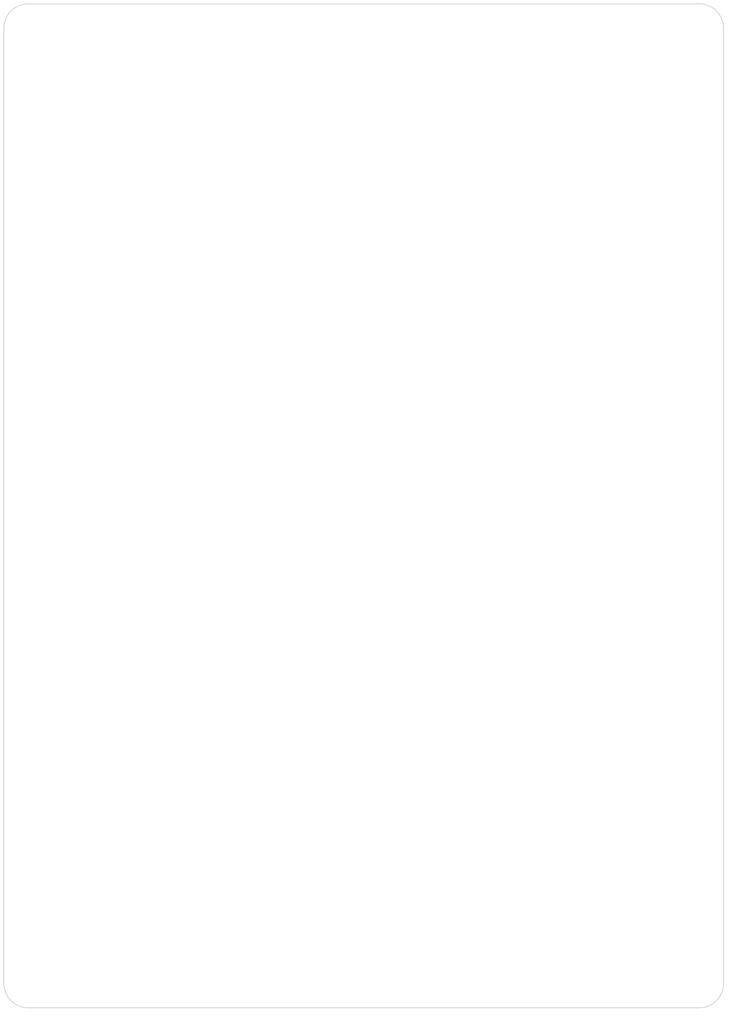
<source format=kicad_pcb>
(kicad_pcb (version 20171130) (host pcbnew 5.1.6-c6e7f7d~87~ubuntu20.04.1)

  (general
    (thickness 1.6)
    (drawings 8)
    (tracks 0)
    (zones 0)
    (modules 4)
    (nets 1)
  )

  (page A4)
  (title_block
    (title Hub20)
    (date 2020-08-09)
    (rev 0.2)
    (company "Josh Johnson")
  )

  (layers
    (0 F.Cu signal)
    (1 In1.Cu signal)
    (2 In2.Cu signal)
    (31 B.Cu signal)
    (32 B.Adhes user)
    (33 F.Adhes user)
    (34 B.Paste user)
    (35 F.Paste user)
    (36 B.SilkS user)
    (37 F.SilkS user)
    (38 B.Mask user)
    (39 F.Mask user)
    (40 Dwgs.User user)
    (41 Cmts.User user)
    (42 Eco1.User user)
    (43 Eco2.User user)
    (44 Edge.Cuts user)
    (45 Margin user)
    (46 B.CrtYd user)
    (47 F.CrtYd user)
    (48 B.Fab user)
    (49 F.Fab user)
  )

  (setup
    (last_trace_width 0.25)
    (user_trace_width 0.2)
    (user_trace_width 0.25)
    (user_trace_width 0.3)
    (user_trace_width 0.4)
    (user_trace_width 0.25)
    (user_trace_width 0.3)
    (user_trace_width 0.4)
    (user_trace_width 0.5)
    (user_trace_width 0.2)
    (user_trace_width 0.25)
    (user_trace_width 0.3)
    (user_trace_width 0.4)
    (user_trace_width 0.2)
    (user_trace_width 0.25)
    (user_trace_width 0.3)
    (user_trace_width 0.4)
    (user_trace_width 0.2)
    (user_trace_width 0.25)
    (user_trace_width 0.3)
    (user_trace_width 0.4)
    (user_trace_width 0.2)
    (user_trace_width 0.25)
    (user_trace_width 0.3)
    (user_trace_width 0.4)
    (trace_clearance 0.2)
    (zone_clearance 0.254)
    (zone_45_only no)
    (trace_min 0.15)
    (via_size 0.5)
    (via_drill 0.25)
    (via_min_size 0.5)
    (via_min_drill 0.25)
    (user_via 0.6 0.3)
    (user_via 0.8 0.4)
    (user_via 0.8 0.4)
    (user_via 0.6 0.3)
    (user_via 0.8 0.4)
    (user_via 0.6 0.3)
    (user_via 0.8 0.4)
    (user_via 0.6 0.3)
    (user_via 0.8 0.4)
    (user_via 0.6 0.3)
    (user_via 0.8 0.4)
    (uvia_size 0.3)
    (uvia_drill 0.1)
    (uvias_allowed no)
    (uvia_min_size 0.2)
    (uvia_min_drill 0.1)
    (edge_width 0.1)
    (segment_width 0.2)
    (pcb_text_width 0.3)
    (pcb_text_size 1.5 1.5)
    (mod_edge_width 0.15)
    (mod_text_size 1 1)
    (mod_text_width 0.15)
    (pad_size 3.35 3.35)
    (pad_drill 0)
    (pad_to_mask_clearance 0)
    (aux_axis_origin 0 0)
    (visible_elements 7FFFFFFF)
    (pcbplotparams
      (layerselection 0x010fc_ffffffff)
      (usegerberextensions false)
      (usegerberattributes false)
      (usegerberadvancedattributes false)
      (creategerberjobfile false)
      (excludeedgelayer true)
      (linewidth 0.100000)
      (plotframeref false)
      (viasonmask false)
      (mode 1)
      (useauxorigin false)
      (hpglpennumber 1)
      (hpglpenspeed 20)
      (hpglpendiameter 15.000000)
      (psnegative false)
      (psa4output false)
      (plotreference true)
      (plotvalue true)
      (plotinvisibletext false)
      (padsonsilk false)
      (subtractmaskfromsilk false)
      (outputformat 1)
      (mirror false)
      (drillshape 1)
      (scaleselection 1)
      (outputdirectory ""))
  )

  (net 0 "")

  (net_class Default "This is the default net class."
    (clearance 0.2)
    (trace_width 0.25)
    (via_dia 0.5)
    (via_drill 0.25)
    (uvia_dia 0.3)
    (uvia_drill 0.1)
    (diff_pair_width 0.25)
    (diff_pair_gap 0.2)
  )

  (net_class Power ""
    (clearance 0.2)
    (trace_width 0.3)
    (via_dia 0.6)
    (via_drill 0.3)
    (uvia_dia 0.3)
    (uvia_drill 0.1)
    (diff_pair_width 0.25)
    (diff_pair_gap 0.2)
  )

  (module MountingHole:MountingHole_3.2mm_M3 locked (layer F.Cu) (tedit 56D1B4CB) (tstamp 5F2E54CA)
    (at 180.45 157.5375)
    (descr "Mounting Hole 3.2mm, no annular, M3")
    (tags "mounting hole 3.2mm no annular m3")
    (path /5EF4D892)
    (attr virtual)
    (fp_text reference H3 (at 0 -4.2) (layer F.SilkS) hide
      (effects (font (size 1 1) (thickness 0.15)))
    )
    (fp_text value M3 (at 0 4.2) (layer F.Fab)
      (effects (font (size 1 1) (thickness 0.15)))
    )
    (fp_circle (center 0 0) (end 3.45 0) (layer F.CrtYd) (width 0.05))
    (fp_circle (center 0 0) (end 3.2 0) (layer Cmts.User) (width 0.15))
    (fp_text user %R (at 0.3 0) (layer F.Fab) hide
      (effects (font (size 1 1) (thickness 0.15)))
    )
    (pad 1 np_thru_hole circle (at 0 0) (size 3.2 3.2) (drill 3.2) (layers *.Cu *.Mask))
  )

  (module MountingHole:MountingHole_3.2mm_M3 locked (layer F.Cu) (tedit 56D1B4CB) (tstamp 5F0077E7)
    (at 97.45 157.5375)
    (descr "Mounting Hole 3.2mm, no annular, M3")
    (tags "mounting hole 3.2mm no annular m3")
    (path /5EF4F9B8)
    (attr virtual)
    (fp_text reference H4 (at 0 -4.2) (layer F.SilkS) hide
      (effects (font (size 1 1) (thickness 0.15)))
    )
    (fp_text value M3 (at 0 4.2) (layer F.Fab)
      (effects (font (size 1 1) (thickness 0.15)))
    )
    (fp_circle (center 0 0) (end 3.45 0) (layer F.CrtYd) (width 0.05))
    (fp_circle (center 0 0) (end 3.2 0) (layer Cmts.User) (width 0.15))
    (fp_text user %R (at 0.3 0) (layer F.Fab) hide
      (effects (font (size 1 1) (thickness 0.15)))
    )
    (pad 1 np_thru_hole circle (at 0 0) (size 3.2 3.2) (drill 3.2) (layers *.Cu *.Mask))
  )

  (module MountingHole:MountingHole_3.2mm_M3 locked (layer F.Cu) (tedit 56D1B4CB) (tstamp 5F3AE8A9)
    (at 180.45 39.5375 90)
    (descr "Mounting Hole 3.2mm, no annular, M3")
    (tags "mounting hole 3.2mm no annular m3")
    (path /5EF4FC8A)
    (attr virtual)
    (fp_text reference H1 (at 0 -4.2 90) (layer F.SilkS) hide
      (effects (font (size 1 1) (thickness 0.15)))
    )
    (fp_text value M3 (at 0 4.2 90) (layer F.Fab)
      (effects (font (size 1 1) (thickness 0.15)))
    )
    (fp_circle (center 0 0) (end 3.2 0) (layer Cmts.User) (width 0.15))
    (fp_circle (center 0 0) (end 3.45 0) (layer F.CrtYd) (width 0.05))
    (fp_text user %R (at 0.3 0 90) (layer F.Fab) hide
      (effects (font (size 1 1) (thickness 0.15)))
    )
    (pad 1 np_thru_hole circle (at 0 0 90) (size 3.2 3.2) (drill 3.2) (layers *.Cu *.Mask))
  )

  (module MountingHole:MountingHole_3.2mm_M3 locked (layer F.Cu) (tedit 56D1B4CB) (tstamp 5F3AEA20)
    (at 97.45 39.5375)
    (descr "Mounting Hole 3.2mm, no annular, M3")
    (tags "mounting hole 3.2mm no annular m3")
    (path /5EF4FEC8)
    (attr virtual)
    (fp_text reference H2 (at 0 -4.2) (layer F.SilkS) hide
      (effects (font (size 1 1) (thickness 0.15)))
    )
    (fp_text value M3 (at 0 4.2) (layer F.Fab)
      (effects (font (size 1 1) (thickness 0.15)))
    )
    (fp_circle (center 0 0) (end 3.2 0) (layer Cmts.User) (width 0.15))
    (fp_circle (center 0 0) (end 3.45 0) (layer F.CrtYd) (width 0.05))
    (fp_text user %R (at 0.3 0) (layer F.Fab) hide
      (effects (font (size 1 1) (thickness 0.15)))
    )
    (pad 1 np_thru_hole circle (at 0 0) (size 3.2 3.2) (drill 3.2) (layers *.Cu *.Mask))
  )

  (gr_line (start 94.45 157.5625) (end 94.45 39.5375) (layer Edge.Cuts) (width 0.1) (tstamp 5F2E577B))
  (gr_line (start 183.45 157.5625) (end 183.45 39.5375) (layer Edge.Cuts) (width 0.1))
  (gr_arc (start 97.45 157.5625) (end 94.45 157.5625) (angle -90) (layer Edge.Cuts) (width 0.1) (tstamp 5F2E5770))
  (gr_arc (start 180.45 157.5625) (end 180.45 160.5625) (angle -90) (layer Edge.Cuts) (width 0.1) (tstamp 5F2E576F))
  (gr_line (start 180.45 160.5625) (end 97.45 160.5625) (layer Edge.Cuts) (width 0.1) (tstamp 5F2E576E))
  (gr_arc (start 180.45 39.5375) (end 183.45 39.5375) (angle -90) (layer Edge.Cuts) (width 0.1) (tstamp 5F2E56B3))
  (gr_arc (start 97.45 39.5375) (end 97.45 36.5375) (angle -90) (layer Edge.Cuts) (width 0.1))
  (gr_line (start 97.45 36.5375) (end 180.45 36.5375) (layer Edge.Cuts) (width 0.1) (tstamp 5F303B98))

)

</source>
